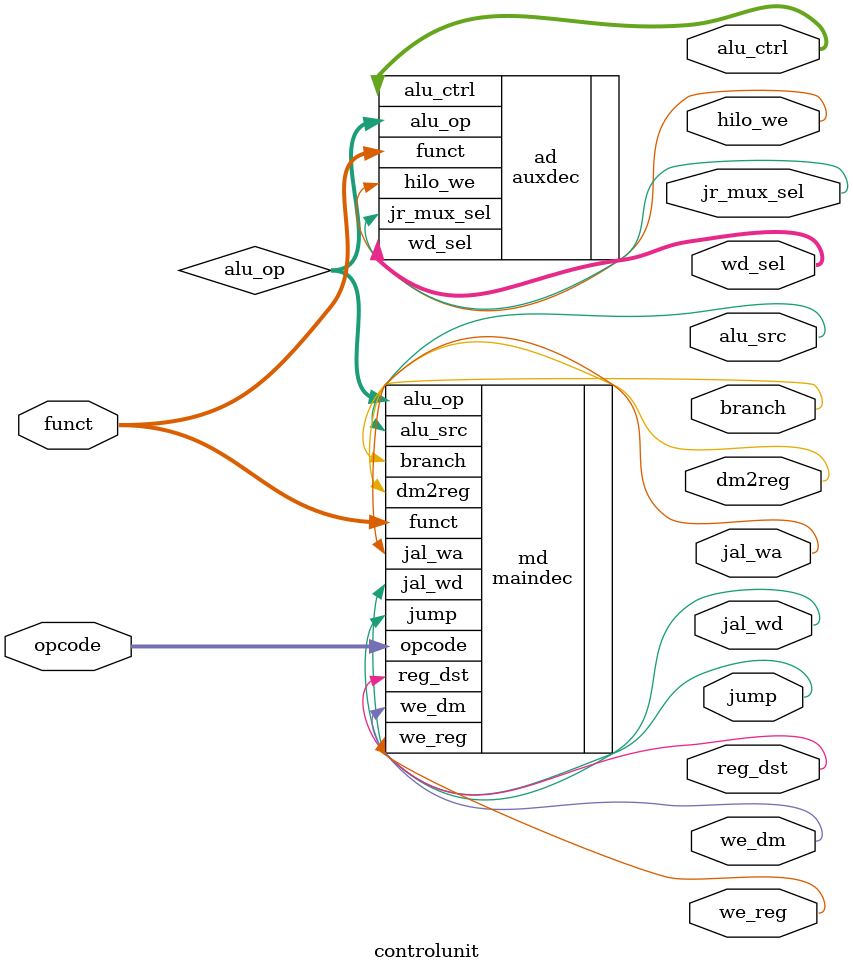
<source format=v>
module controlunit (
        input  wire [5:0]  opcode,
        input  wire [5:0]  funct,
        output wire        branch,
        output wire        jump,
        output wire        reg_dst,
        output wire        we_reg,
        output wire        alu_src,
        output wire        we_dm,
        output wire        dm2reg,
        output wire [3:0]  alu_ctrl,
        output wire [1:0] wd_sel,
        output wire hilo_we,
        output wire jr_mux_sel,
        output wire jal_wd,
        output wire jal_wa
    );
    
    wire [1:0] alu_op;

    maindec md (
        .opcode         (opcode),
        .funct (funct),
        .branch         (branch),
        .jump           (jump),
        .reg_dst        (reg_dst),
        .we_reg         (we_reg),
        .alu_src        (alu_src),
        .we_dm          (we_dm),
        .dm2reg         (dm2reg),
        .alu_op         (alu_op),
        .jal_wa (jal_wa),
        .jal_wd (jal_wd)
    );

    auxdec ad (
        .alu_op         (alu_op),
        .funct          (funct),
        .alu_ctrl       (alu_ctrl),
        .wd_sel (wd_sel),
        .hilo_we (hilo_we),
        .jr_mux_sel(jr_mux_sel)
    );

endmodule
</source>
